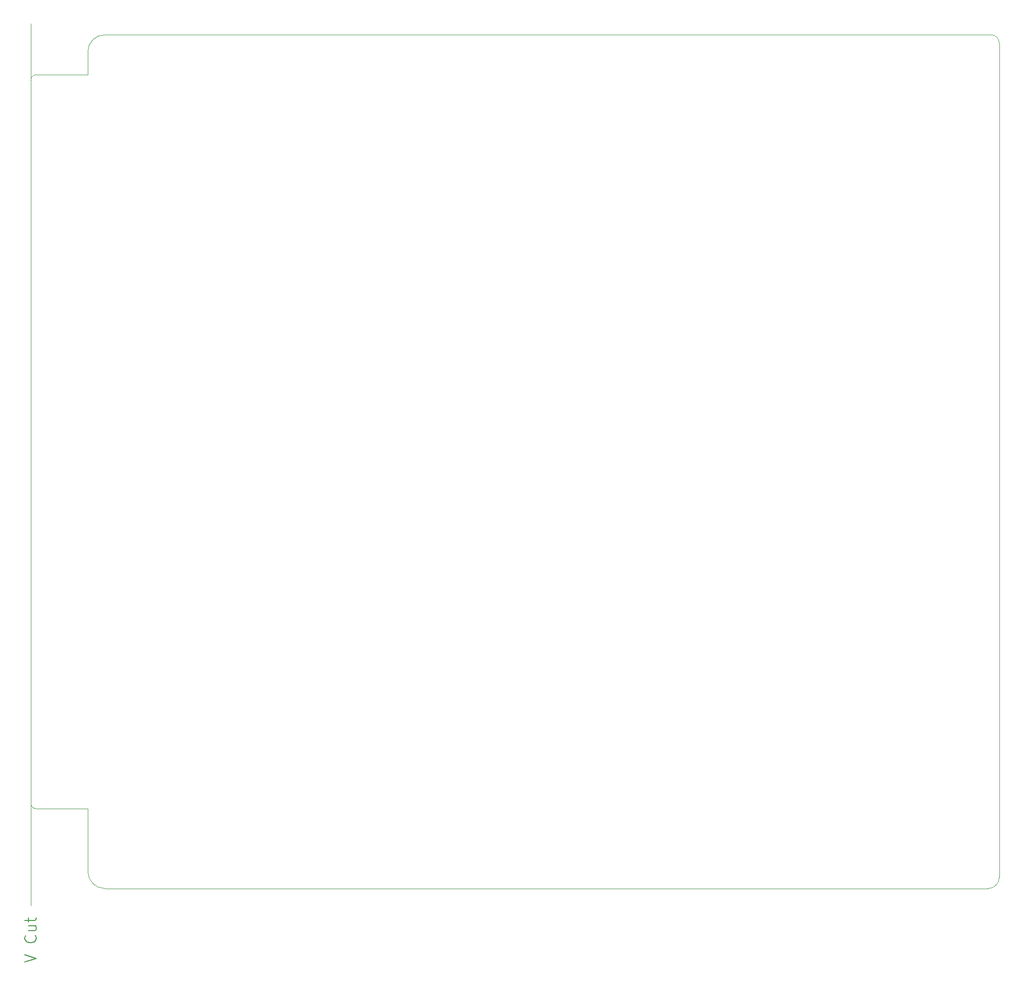
<source format=gm1>
G04 #@! TF.GenerationSoftware,KiCad,Pcbnew,(6.0.5-0)*
G04 #@! TF.CreationDate,2022-09-11T11:11:38+09:00*
G04 #@! TF.ProjectId,X68k-BusExtender,5836386b-2d42-4757-9345-7874656e6465,rev?*
G04 #@! TF.SameCoordinates,Original*
G04 #@! TF.FileFunction,Profile,NP*
%FSLAX46Y46*%
G04 Gerber Fmt 4.6, Leading zero omitted, Abs format (unit mm)*
G04 Created by KiCad (PCBNEW (6.0.5-0)) date 2022-09-11 11:11:38*
%MOMM*%
%LPD*%
G01*
G04 APERTURE LIST*
G04 #@! TA.AperFunction,Profile*
%ADD10C,0.100000*%
G04 #@! TD*
%ADD11C,0.150000*%
G04 #@! TA.AperFunction,Profile*
%ADD12C,0.120000*%
G04 #@! TD*
G04 APERTURE END LIST*
D10*
X27500000Y-20500000D02*
X27500000Y-175500000D01*
D11*
X26404761Y-185404761D02*
X28404761Y-184738095D01*
X26404761Y-184071428D01*
X28214285Y-180738095D02*
X28309523Y-180833333D01*
X28404761Y-181119047D01*
X28404761Y-181309523D01*
X28309523Y-181595238D01*
X28119047Y-181785714D01*
X27928571Y-181880952D01*
X27547619Y-181976190D01*
X27261904Y-181976190D01*
X26880952Y-181880952D01*
X26690476Y-181785714D01*
X26500000Y-181595238D01*
X26404761Y-181309523D01*
X26404761Y-181119047D01*
X26500000Y-180833333D01*
X26595238Y-180738095D01*
X27071428Y-179023809D02*
X28404761Y-179023809D01*
X27071428Y-179880952D02*
X28119047Y-179880952D01*
X28309523Y-179785714D01*
X28404761Y-179595238D01*
X28404761Y-179309523D01*
X28309523Y-179119047D01*
X28214285Y-179023809D01*
X27071428Y-178357142D02*
X27071428Y-177595238D01*
X26404761Y-178071428D02*
X28119047Y-178071428D01*
X28309523Y-177976190D01*
X28404761Y-177785714D01*
X28404761Y-177595238D01*
D12*
G04 #@! TO.C,U1*
X40465000Y-22480000D02*
X195965000Y-22480000D01*
X37465000Y-158480000D02*
X28465000Y-158480000D01*
X37465000Y-29480000D02*
X28465000Y-29480000D01*
X40465000Y-172480000D02*
X47465000Y-172480000D01*
X27465000Y-30480000D02*
X27465000Y-93980000D01*
X27465000Y-157480000D02*
X27465000Y-93980000D01*
X37465000Y-25480000D02*
X37465000Y-29480000D01*
X37465000Y-169480000D02*
X37465000Y-158480000D01*
X47465000Y-172480000D02*
X195465000Y-172480000D01*
X197465000Y-23980000D02*
X197465000Y-170480000D01*
X40465000Y-22480000D02*
G75*
G03*
X37465000Y-25480000I0J-3000000D01*
G01*
X195465000Y-172480000D02*
G75*
G03*
X197465000Y-170480000I0J2000000D01*
G01*
X37465000Y-169480000D02*
G75*
G03*
X40465000Y-172480000I3000000J0D01*
G01*
X197465000Y-23980000D02*
G75*
G03*
X195965000Y-22480000I-1500000J0D01*
G01*
X28465000Y-29480000D02*
G75*
G03*
X27465000Y-30480000I-1J-999999D01*
G01*
X27465000Y-157480000D02*
G75*
G03*
X28465000Y-158480000I999999J-1D01*
G01*
G04 #@! TD*
M02*

</source>
